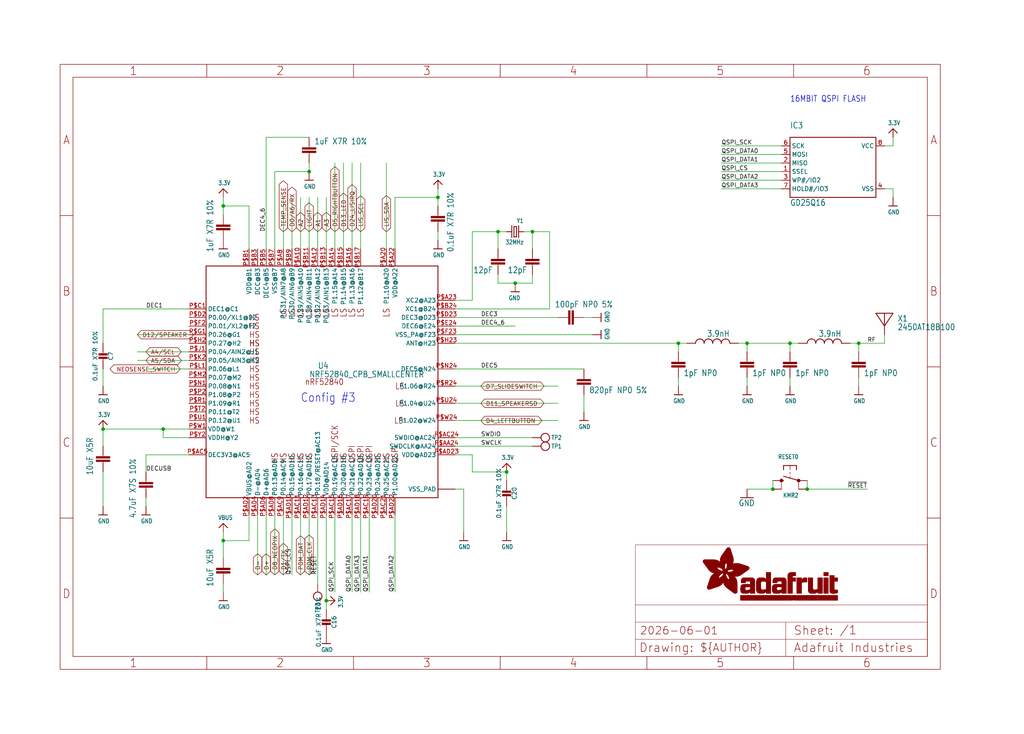
<source format=kicad_sch>
(kicad_sch (version 20230121) (generator eeschema)
  (paper "User" 302.92 217.322)
  (lib_symbols
    (symbol "working-eagle-import:3.3V" (power)
      (property "Value" "3.3V" (at -1.524 1.016 0))
      (symbol "3.3V_1_0"
        (pin power_in line (at 0 -2.54 90) (length 2.54) (name "3.3V") (number "1"))
      )
    )
    (symbol "working-eagle-import:ANTENNA_JOHANSON_2450AT18B100"
      (property "Reference" "X" (at 3.81 1.27 0))
      (symbol "ANTENNA_JOHANSON_2450AT18B100_1_0"
        (pin passive line (at 0 -2.54 90) (length 2.54) (name "P$1") (number "FP"))
      )
    )
    (symbol "working-eagle-import:CAPACITOR_0402_N"
      (symbol "CAPACITOR_0402_N_1_0"
        (pin passive line (at 0 2.54 270) (length 2.54) (name "1") (number "1"))
        (pin passive line (at 0 -5.08 90) (length 2.54) (name "2") (number "2"))
      )
    )
    (symbol "working-eagle-import:CAPACITOR_0603_L"
      (symbol "CAPACITOR_0603_L_1_0"
        (pin passive line (at 0 2.54 270) (length 2.54) (name "1") (number "1"))
        (pin passive line (at 0 -5.08 90) (length 2.54) (name "2") (number "2"))
      )
    )
    (symbol "working-eagle-import:CAPACITOR_0603_N"
      (symbol "CAPACITOR_0603_N_1_0"
        (pin passive line (at 0 2.54 270) (length 2.54) (name "1") (number "1"))
        (pin passive line (at 0 -5.08 90) (length 2.54) (name "2") (number "2"))
      )
    )
    (symbol "working-eagle-import:CAPACITOR_0805_N"
      (symbol "CAPACITOR_0805_N_1_0"
        (pin passive line (at 0 2.54 270) (length 2.54) (name "1") (number "1"))
        (pin passive line (at 0 -5.08 90) (length 2.54) (name "2") (number "2"))
      )
    )
    (symbol "working-eagle-import:CAP_CERAMIC0603_NO"
      (property "Reference" "C" (at -2.29 1.25 90))
      (symbol "CAP_CERAMIC0603_NO_1_0"
        (pin passive line (at 0 5.08 270) (length 2.54) (name "1") (number "1"))
        (pin passive line (at 0 -2.54 90) (length 2.54) (name "2") (number "2"))
      )
    )
    (symbol "working-eagle-import:CRYSTAL_2X1.6MM"
      (property "Reference" "Y" (at -2.54 2.54 0))
      (symbol "CRYSTAL_2X1.6MM_1_0"
        (pin passive line (at -2.54 0 0) (length 0) (name "1") (number "1"))
        (pin passive line (at 2.54 0 180) (length 0) (name "2") (number "3"))
      )
    )
    (symbol "working-eagle-import:FRAME_A4_ADAFRUIT"
      (symbol "FRAME_A4_ADAFRUIT_1_0"
        (text "${#}/${##}" (at 230.505 10.16 0) (effects (font (size 2.54 2.54)) (justify left bottom)))
        (text "${AUTHOR}" (at 189.23 5.08 0) (effects (font (size 2.286 2.286)) (justify left bottom)))
        (text "${CURRENT_DATE}" (at 171.45 10.16 0) (effects (font (size 2.286 2.286)) (justify left bottom)))
        (text "${PROJECTNAME}" (at 171.45 15.24 0) (effects (font (size 2.54 2.54)) (justify left bottom)))
        (text "1" (at 21.6958 1.905 0) (effects (font (size 2.54 2.286))))
        (text "1" (at 21.6958 177.165 0) (effects (font (size 2.54 2.286))))
        (text "2" (at 65.0875 1.905 0) (effects (font (size 2.54 2.286))))
        (text "2" (at 65.0875 177.165 0) (effects (font (size 2.54 2.286))))
        (text "3" (at 108.4792 1.905 0) (effects (font (size 2.54 2.286))))
        (text "3" (at 108.4792 177.165 0) (effects (font (size 2.54 2.286))))
        (text "4" (at 151.8708 1.905 0) (effects (font (size 2.54 2.286))))
        (text "4" (at 151.8708 177.165 0) (effects (font (size 2.54 2.286))))
        (text "5" (at 195.2625 1.905 0) (effects (font (size 2.54 2.286))))
        (text "5" (at 195.2625 177.165 0) (effects (font (size 2.54 2.286))))
        (text "6" (at 238.6542 1.905 0) (effects (font (size 2.54 2.286))))
        (text "6" (at 238.6542 177.165 0) (effects (font (size 2.54 2.286))))
        (text "A" (at 1.905 156.6863 0) (effects (font (size 2.54 2.286))))
        (text "A" (at 258.445 156.6863 0) (effects (font (size 2.54 2.286))))
        (text "Adafruit Industries" (at 216.916 4.953 0) (effects (font (size 2.54 2.54)) (justify left bottom)))
        (text "B" (at 1.905 111.9188 0) (effects (font (size 2.54 2.286))))
        (text "B" (at 258.445 111.9188 0) (effects (font (size 2.54 2.286))))
        (text "C" (at 1.905 67.1513 0) (effects (font (size 2.54 2.286))))
        (text "C" (at 258.445 67.1513 0) (effects (font (size 2.54 2.286))))
        (text "D" (at 1.905 22.3838 0) (effects (font (size 2.54 2.286))))
        (text "D" (at 258.445 22.3838 0) (effects (font (size 2.54 2.286))))
        (text "Drawing:" (at 171.196 4.953 0) (effects (font (size 2.54 2.54)) (justify left bottom)))
        (text "Sheet:" (at 216.916 10.033 0) (effects (font (size 2.54 2.54)) (justify left bottom)))
      )
    )
    (symbol "working-eagle-import:GND" (power)
      (property "Value" "GND" (at -2.54 -2.54 0))
      (symbol "GND_1_0"
        (pin power_in line (at 0 2.54 270) (length 2.54) (name "GND") (number "1"))
      )
    )
    (symbol "working-eagle-import:INDUCTOR_0402_N"
      (symbol "INDUCTOR_0402_N_1_0"
        (pin passive line (at 0 7.62 270) (length 2.54) (name "1") (number "1"))
        (pin passive line (at 0 -7.62 90) (length 2.54) (name "2") (number "2"))
      )
    )
    (symbol "working-eagle-import:NRF52840_CPB_SMALLCENTER"
      (property "Reference" "IC" (at 25.4 -35.56 0))
      (symbol "NRF52840_CPB_SMALLCENTER_1_0"
        (text "HS" (at -22.86 -10.16 0) (effects (font (size 1.778 1.5113)) (justify left)))
        (text "HS" (at -22.86 -7.62 0) (effects (font (size 1.778 1.5113)) (justify left)))
        (text "HS" (at -22.86 -5.08 0) (effects (font (size 1.778 1.5113)) (justify left)))
        (text "HS" (at -22.86 -2.54 0) (effects (font (size 1.778 1.5113)) (justify left)))
        (text "HS" (at -22.86 0 0) (effects (font (size 1.778 1.5113)) (justify left)))
        (text "HS" (at -22.86 2.54 0) (effects (font (size 1.778 1.5113)) (justify left)))
        (text "HS" (at -22.86 5.08 0) (effects (font (size 1.778 1.5113)) (justify left)))
        (text "HS" (at -22.86 7.62 0) (effects (font (size 1.778 1.5113)) (justify left)))
        (text "HS" (at -22.86 10.16 0) (effects (font (size 1.778 1.5113)) (justify left)))
        (text "HS" (at -22.86 12.7 0) (effects (font (size 1.778 1.5113)) (justify left)))
        (text "HS" (at -22.86 12.7 0) (effects (font (size 1.778 1.5113)) (justify left)))
        (text "HS" (at -22.86 15.24 0) (effects (font (size 1.778 1.5113)) (justify left)))
        (text "HS" (at -22.86 17.78 0) (effects (font (size 1.778 1.5113)) (justify left)))
        (text "HS" (at -22.86 20.32 0) (effects (font (size 1.778 1.5113)) (justify left)))
        (text "HS" (at -15.24 -22.86 900) (effects (font (size 1.778 1.5113)) (justify left)))
        (text "HS" (at -12.7 -22.86 900) (effects (font (size 1.778 1.5113)) (justify left)))
        (text "HS" (at -10.16 -22.86 900) (effects (font (size 1.778 1.5113)) (justify left)))
        (text "HS" (at -7.62 -22.86 900) (effects (font (size 1.778 1.5113)) (justify left)))
        (text "HS" (at -5.08 -22.86 900) (effects (font (size 1.778 1.5113)) (justify left)))
        (text "HS" (at 5.08 -22.86 900) (effects (font (size 1.778 1.5113)) (justify left)))
        (text "HS" (at 15.24 -22.86 900) (effects (font (size 1.778 1.5113)) (justify left)))
        (text "HS" (at 17.78 -22.86 900) (effects (font (size 1.778 1.5113)) (justify left)))
        (text "LS" (at -12.7 20.32 900) (effects (font (size 1.778 1.5113)) (justify left)))
        (text "LS" (at -10.16 20.32 900) (effects (font (size 1.778 1.5113)) (justify left)))
        (text "LS" (at -7.62 20.32 900) (effects (font (size 1.778 1.5113)) (justify left)))
        (text "LS" (at -5.08 20.32 900) (effects (font (size 1.778 1.5113)) (justify left)))
        (text "LS" (at -2.54 20.32 900) (effects (font (size 1.778 1.5113)) (justify left)))
        (text "LS" (at 0 20.32 900) (effects (font (size 1.778 1.5113)) (justify left)))
        (text "LS" (at 2.54 20.32 900) (effects (font (size 1.778 1.5113)) (justify left)))
        (text "LS" (at 5.08 20.32 900) (effects (font (size 1.778 1.5113)) (justify left)))
        (text "LS" (at 7.62 20.32 900) (effects (font (size 1.778 1.5113)) (justify left)))
        (text "LS" (at 10.16 20.32 900) (effects (font (size 1.778 1.5113)) (justify left)))
        (text "LS" (at 17.78 20.32 900) (effects (font (size 1.778 1.5113)) (justify left)))
        (text "LS" (at 20.32 -5.08 0) (effects (font (size 1.778 1.5113)) (justify left)))
        (text "LS" (at 20.32 0 0) (effects (font (size 1.778 1.5113)) (justify left)))
        (text "LS" (at 22.86 -10.16 0) (effects (font (size 1.778 1.5113)) (justify right)))
        (text "nRF52840" (at -6.35 1.27 0) (effects (font (size 1.778 1.5113)) (justify left)))
        (text "QSPI" (at 7.62 -22.86 900) (effects (font (size 1.778 1.5113)) (justify left)))
        (text "QSPI" (at 10.16 -22.86 900) (effects (font (size 1.778 1.5113)) (justify left)))
        (text "QSPI" (at 12.7 -22.86 900) (effects (font (size 1.778 1.5113)) (justify left)))
        (text "QSPI" (at 20.32 -22.86 900) (effects (font (size 1.778 1.5113)) (justify left)))
        (text "QSPI/SCK" (at 2.54 -22.86 900) (effects (font (size 1.778 1.5113)) (justify left)))
        (pin bidirectional line (at -7.62 40.64 270) (length 5.08) (name "P0.29/AIN5@A10") (number "P$A10"))
        (pin bidirectional line (at -2.54 40.64 270) (length 5.08) (name "P0.02/AIN0@A12") (number "P$A12"))
        (pin bidirectional line (at 2.54 40.64 270) (length 5.08) (name "P1.15@A14") (number "P$A14"))
        (pin bidirectional line (at 7.62 40.64 270) (length 5.08) (name "P1.13@A16") (number "P$A16"))
        (pin bidirectional line (at 17.78 40.64 270) (length 5.08) (name "P1.10@A20") (number "P$A20"))
        (pin power_in line (at 20.32 40.64 270) (length 5.08) (name "VDD@A22") (number "P$A22"))
        (pin output line (at 38.1 25.4 180) (length 5.08) (name "XC2@A23") (number "P$A23"))
        (pin bidirectional line (at -12.7 40.64 270) (length 5.08) (name "P0.31/AIN7@A8") (number "P$A8"))
        (pin input line (at 38.1 -17.78 180) (length 5.08) (name "SWDCLK@AA24") (number "P$AA24"))
        (pin bidirectional line (at -7.62 -38.1 90) (length 5.08) (name "P0.16@AC11") (number "P$AC11"))
        (pin bidirectional line (at -2.54 -38.1 90) (length 5.08) (name "P0.18/RESET@AC13") (number "P$AC13"))
        (pin bidirectional line (at 2.54 -38.1 90) (length 5.08) (name "P0.19@AC15") (number "P$AC15"))
        (pin bidirectional line (at 7.62 -38.1 90) (length 5.08) (name "P0.21@AC17") (number "P$AC17"))
        (pin bidirectional line (at 12.7 -38.1 90) (length 5.08) (name "P0.23@AC19") (number "P$AC19"))
        (pin bidirectional line (at 17.78 -38.1 90) (length 5.08) (name "P0.25@AC21") (number "P$AC21"))
        (pin bidirectional line (at 38.1 -15.24 180) (length 5.08) (name "SWDIO@AC24") (number "P$AC24"))
        (pin bidirectional line (at -40.64 -20.32 0) (length 5.08) (name "DEC3V3@AC5") (number "P$AC5"))
        (pin bidirectional line (at -12.7 -38.1 90) (length 5.08) (name "P0.14@AC9") (number "P$AC9"))
        (pin bidirectional line (at -10.16 -38.1 90) (length 5.08) (name "P0.15@AD10") (number "P$AD10"))
        (pin bidirectional line (at -5.08 -38.1 90) (length 5.08) (name "P0.17@AD12") (number "P$AD12"))
        (pin power_in line (at 0 -38.1 90) (length 5.08) (name "VDD@AD14") (number "P$AD14"))
        (pin bidirectional line (at 5.08 -38.1 90) (length 5.08) (name "P0.20@AD16") (number "P$AD16"))
        (pin bidirectional line (at 10.16 -38.1 90) (length 5.08) (name "P0.22@AD18") (number "P$AD18"))
        (pin power_in line (at -22.86 -38.1 90) (length 5.08) (name "VBUS@AD2") (number "P$AD2"))
        (pin bidirectional line (at 15.24 -38.1 90) (length 5.08) (name "P0.24@AD20") (number "P$AD20"))
        (pin bidirectional line (at 20.32 -38.1 90) (length 5.08) (name "P1.00@AD22") (number "P$AD22"))
        (pin power_in line (at 38.1 -20.32 180) (length 5.08) (name "VDD@AD23") (number "P$AD23"))
        (pin bidirectional line (at -20.32 -38.1 90) (length 5.08) (name "D-@AD4") (number "P$AD4"))
        (pin bidirectional line (at -17.78 -38.1 90) (length 5.08) (name "D+@AD6") (number "P$AD6"))
        (pin bidirectional line (at -15.24 -38.1 90) (length 5.08) (name "P0.13@AD8") (number "P$AD8"))
        (pin power_in line (at -22.86 40.64 270) (length 5.08) (name "VDD@B1") (number "P$B1"))
        (pin bidirectional line (at -5.08 40.64 270) (length 5.08) (name "P0.28/AIN4@B11") (number "P$B11"))
        (pin bidirectional line (at 0 40.64 270) (length 5.08) (name "P0.03/AIN1@B13") (number "P$B13"))
        (pin bidirectional line (at 5.08 40.64 270) (length 5.08) (name "P1.14@B15") (number "P$B15"))
        (pin bidirectional line (at 10.16 40.64 270) (length 5.08) (name "P1.12@B17") (number "P$B17"))
        (pin input line (at 38.1 22.86 180) (length 5.08) (name "XC1@B24") (number "P$B24"))
        (pin output line (at -20.32 40.64 270) (length 5.08) (name "DCC@B3") (number "P$B3"))
        (pin power_in line (at -17.78 40.64 270) (length 5.08) (name "DEC4@B5") (number "P$B5"))
        (pin power_in line (at -15.24 40.64 270) (length 5.08) (name "VSS@B7") (number "P$B7"))
        (pin bidirectional line (at -10.16 40.64 270) (length 5.08) (name "P0.30/AIN6@B9") (number "P$B9"))
        (pin power_in line (at -40.64 22.86 0) (length 5.08) (name "DEC1@C1") (number "P$C1"))
        (pin bidirectional line (at -40.64 20.32 0) (length 5.08) (name "P0.00/XL1@D2") (number "P$D2"))
        (pin bidirectional line (at 38.1 20.32 180) (length 5.08) (name "DEC3@D23") (number "P$D23"))
        (pin bidirectional line (at 38.1 17.78 180) (length 5.08) (name "DEC6@E24") (number "P$E24"))
        (pin bidirectional line (at -40.64 17.78 0) (length 5.08) (name "P0.01/XL2@F2") (number "P$F2"))
        (pin bidirectional line (at 38.1 15.24 180) (length 5.08) (name "VSS_PA@F23") (number "P$F23"))
        (pin bidirectional line (at -40.64 15.24 0) (length 5.08) (name "P0.26@G1") (number "P$G1"))
        (pin bidirectional line (at -40.64 12.7 0) (length 5.08) (name "P0.27@H2") (number "P$H2"))
        (pin bidirectional line (at 38.1 12.7 180) (length 5.08) (name "ANT@H23") (number "P$H23"))
        (pin bidirectional line (at -40.64 10.16 0) (length 5.08) (name "P0.04/AIN2@J1") (number "P$J1"))
        (pin bidirectional line (at -40.64 7.62 0) (length 5.08) (name "P0.05/AIN3@K2") (number "P$K2"))
        (pin bidirectional line (at -40.64 5.08 0) (length 5.08) (name "P0.06@L1") (number "P$L1"))
        (pin bidirectional line (at -40.64 2.54 0) (length 5.08) (name "P0.07@M2") (number "P$M2"))
        (pin bidirectional line (at -40.64 0 0) (length 5.08) (name "P0.08@N1") (number "P$N1"))
        (pin bidirectional line (at 38.1 5.08 180) (length 5.08) (name "DEC5@N24") (number "P$N24"))
        (pin bidirectional line (at -40.64 -2.54 0) (length 5.08) (name "P1.08@P2") (number "P$P2"))
        (pin bidirectional line (at -40.64 -5.08 0) (length 5.08) (name "P1.09@R1") (number "P$R1"))
        (pin bidirectional line (at 38.1 0 180) (length 5.08) (name "P1.06@R24") (number "P$R24"))
        (pin bidirectional line (at -40.64 -7.62 0) (length 5.08) (name "P0.11@T2") (number "P$T2"))
        (pin bidirectional line (at -40.64 -10.16 0) (length 5.08) (name "P0.12@U1") (number "P$U1"))
        (pin bidirectional line (at 38.1 -5.08 180) (length 5.08) (name "P1.04@U24") (number "P$U24"))
        (pin power_in line (at -40.64 -12.7 0) (length 5.08) (name "VDD@W1") (number "P$W1"))
        (pin bidirectional line (at 38.1 -10.16 180) (length 5.08) (name "P1.02@W24") (number "P$W24"))
        (pin power_in line (at -40.64 -15.24 0) (length 5.08) (name "VDDH@Y2") (number "P$Y2"))
        (pin bidirectional line (at 38.1 -30.48 180) (length 5.08) (name "VSS_PAD") (number "THERMPAD"))
      )
    )
    (symbol "working-eagle-import:SPIFLASH_8PINUX"
      (property "Reference" "U" (at -12.7 12.7 0))
      (symbol "SPIFLASH_8PINUX_1_0"
        (pin bidirectional line (at -15.24 0 0) (length 2.54) (name "SSEL") (number "1"))
        (pin bidirectional line (at -15.24 2.54 0) (length 2.54) (name "MISO") (number "2"))
        (pin bidirectional line (at -15.24 -2.54 0) (length 2.54) (name "WP#/IO2") (number "3"))
        (pin bidirectional line (at 15.24 -5.08 180) (length 2.54) (name "VSS") (number "4"))
        (pin bidirectional line (at -15.24 5.08 0) (length 2.54) (name "MOSI") (number "5"))
        (pin bidirectional line (at -15.24 7.62 0) (length 2.54) (name "SCK") (number "6"))
        (pin bidirectional line (at -15.24 -5.08 0) (length 2.54) (name "HOLD#/IO3") (number "7"))
        (pin bidirectional line (at 15.24 7.62 180) (length 2.54) (name "VCC") (number "8"))
      )
    )
    (symbol "working-eagle-import:SWITCH_TACT_SMT4.6X2.8"
      (property "Reference" "SW" (at -2.54 6.35 0))
      (symbol "SWITCH_TACT_SMT4.6X2.8_1_0"
        (pin passive line (at -5.08 0 0) (length 2.54) (name "P") (number "A"))
        (pin passive line (at -5.08 -2.54 0) (length 2.54) (name "P1") (number "A'"))
        (pin passive line (at 5.08 0 180) (length 2.54) (name "S") (number "B"))
        (pin passive line (at 5.08 -2.54 180) (length 2.54) (name "S1") (number "B'"))
      )
    )
    (symbol "working-eagle-import:TESTPOINTROUND1.5MMNO"
      (property "Reference" "TP" (at 0 5.588 90))
      (symbol "TESTPOINTROUND1.5MMNO_1_0"
        (pin bidirectional line (at 0 0 90) (length 2.54) (name "P$1") (number "P$1"))
      )
    )
    (symbol "working-eagle-import:VBUS" (power)
      (property "Value" "VBUS" (at -1.524 1.016 0))
      (symbol "VBUS_1_0"
        (pin power_in line (at 0 -2.54 90) (length 2.54) (name "VBUS") (number "1"))
      )
    )
    (symbol "working-eagle-import:microbuilder_GND" (power)
      (property "Value" "microbuilder_GND" (at -1.524 -2.54 0))
      (symbol "microbuilder_GND_1_0"
        (pin power_in line (at 0 2.54 270) (length 2.54) (name "GND") (number "1"))
      )
    )
  )
  (junction (at 91.44 50.8))
  (junction (at 157.48 68.58))
  (junction (at 96.52 177.8))
  (junction (at 129.54 58.42))
  (junction (at 48.26 127))
  (junction (at 149.86 139.7))
  (junction (at 238.76 144.78))
  (junction (at 220.98 101.6))
  (junction (at 233.68 101.6))
  (junction (at 152.4 83.82))
  (junction (at 228.6 144.78))
  (junction (at 254 101.6))
  (junction (at 66.04 160.02))
  (junction (at 147.32 68.58))
  (junction (at 66.04 60.96))
  (junction (at 30.48 127))
  (junction (at 200.66 101.6))
  (wire (pts (xy 104.14 152.4) (xy 104.14 175.26)) (stroke (width 0.1524)))
  (wire (pts (xy 99.06 73.66) (xy 99.06 48.26)) (stroke (width 0.1524)))
  (wire (pts (xy 264.16 55.88) (xy 264.16 58.42)) (stroke (width 0.1524)))
  (wire (pts (xy 231.14 45.72) (xy 213.36 45.72)) (stroke (width 0.1524)))
  (wire (pts (xy 73.66 60.96) (xy 66.04 60.96)) (stroke (width 0.1524)))
  (wire (pts (xy 256.54 144.78) (xy 238.76 144.78)) (stroke (width 0.1524)))
  (wire (pts (xy 88.9 58.42) (xy 88.9 73.66)) (stroke (width 0.1524)))
  (wire (pts (xy 78.74 40.64) (xy 91.44 40.64)) (stroke (width 0.1524)))
  (wire (pts (xy 43.18 147.32) (xy 43.18 149.86)) (stroke (width 0.1524)))
  (wire (pts (xy 104.14 73.66) (xy 104.14 48.26)) (stroke (width 0.1524)))
  (wire (pts (xy 55.88 104.14) (xy 40.64 104.14)) (stroke (width 0.1524)))
  (wire (pts (xy 213.36 48.26) (xy 231.14 48.26)) (stroke (width 0.1524)))
  (wire (pts (xy 220.98 111.76) (xy 220.98 114.3)) (stroke (width 0.1524)))
  (wire (pts (xy 109.22 175.26) (xy 109.22 152.4)) (stroke (width 0.1524)))
  (wire (pts (xy 147.32 81.28) (xy 147.32 83.82)) (stroke (width 0.1524)))
  (wire (pts (xy 228.6 142.24) (xy 228.6 144.78)) (stroke (width 0.1524)))
  (wire (pts (xy 48.26 129.54) (xy 48.26 127)) (stroke (width 0.1524)))
  (wire (pts (xy 99.06 152.4) (xy 99.06 175.26)) (stroke (width 0.1524)))
  (wire (pts (xy 81.28 73.66) (xy 81.28 50.8)) (stroke (width 0.1524)))
  (wire (pts (xy 91.44 152.4) (xy 91.44 170.18)) (stroke (width 0.1524)))
  (wire (pts (xy 213.36 55.88) (xy 231.14 55.88)) (stroke (width 0.1524)))
  (wire (pts (xy 66.04 60.96) (xy 66.04 58.42)) (stroke (width 0.1524)))
  (wire (pts (xy 106.68 175.26) (xy 106.68 152.4)) (stroke (width 0.1524)))
  (wire (pts (xy 157.48 81.28) (xy 157.48 83.82)) (stroke (width 0.1524)))
  (wire (pts (xy 261.62 43.18) (xy 264.16 43.18)) (stroke (width 0.1524)))
  (wire (pts (xy 78.74 170.18) (xy 78.74 152.4)) (stroke (width 0.1524)))
  (wire (pts (xy 93.98 58.42) (xy 93.98 73.66)) (stroke (width 0.1524)))
  (wire (pts (xy 134.62 129.54) (xy 157.48 129.54)) (stroke (width 0.1524)))
  (wire (pts (xy 218.44 101.6) (xy 220.98 101.6)) (stroke (width 0.1524)))
  (wire (pts (xy 162.56 91.44) (xy 162.56 68.58)) (stroke (width 0.1524)))
  (wire (pts (xy 55.88 99.06) (xy 40.64 99.06)) (stroke (width 0.1524)))
  (wire (pts (xy 157.48 68.58) (xy 154.94 68.58)) (stroke (width 0.1524)))
  (wire (pts (xy 83.82 73.66) (xy 83.82 58.42)) (stroke (width 0.1524)))
  (wire (pts (xy 81.28 152.4) (xy 81.28 170.18)) (stroke (width 0.1524)))
  (wire (pts (xy 30.48 91.44) (xy 55.88 91.44)) (stroke (width 0.1524)))
  (wire (pts (xy 134.62 144.78) (xy 137.16 144.78)) (stroke (width 0.1524)))
  (wire (pts (xy 139.7 139.7) (xy 149.86 139.7)) (stroke (width 0.1524)))
  (wire (pts (xy 30.48 139.7) (xy 30.48 149.86)) (stroke (width 0.1524)))
  (wire (pts (xy 76.2 152.4) (xy 76.2 170.18)) (stroke (width 0.1524)))
  (wire (pts (xy 78.74 73.66) (xy 78.74 40.64)) (stroke (width 0.1524)))
  (wire (pts (xy 157.48 83.82) (xy 152.4 83.82)) (stroke (width 0.1524)))
  (wire (pts (xy 134.62 101.6) (xy 200.66 101.6)) (stroke (width 0.1524)))
  (wire (pts (xy 43.18 134.62) (xy 43.18 139.7)) (stroke (width 0.1524)))
  (wire (pts (xy 134.62 124.46) (xy 165.1 124.46)) (stroke (width 0.1524)))
  (wire (pts (xy 213.36 53.34) (xy 231.14 53.34)) (stroke (width 0.1524)))
  (wire (pts (xy 251.46 101.6) (xy 254 101.6)) (stroke (width 0.1524)))
  (wire (pts (xy 96.52 152.4) (xy 96.52 177.8)) (stroke (width 0.1524)))
  (wire (pts (xy 149.86 142.24) (xy 149.86 139.7)) (stroke (width 0.1524)))
  (wire (pts (xy 213.36 50.8) (xy 231.14 50.8)) (stroke (width 0.1524)))
  (wire (pts (xy 83.82 152.4) (xy 83.82 170.18)) (stroke (width 0.1524)))
  (wire (pts (xy 73.66 152.4) (xy 73.66 160.02)) (stroke (width 0.1524)))
  (wire (pts (xy 261.62 101.6) (xy 261.62 99.06)) (stroke (width 0.1524)))
  (wire (pts (xy 48.26 127) (xy 30.48 127)) (stroke (width 0.1524)))
  (wire (pts (xy 116.84 58.42) (xy 129.54 58.42)) (stroke (width 0.1524)))
  (wire (pts (xy 233.68 111.76) (xy 233.68 114.3)) (stroke (width 0.1524)))
  (wire (pts (xy 264.16 43.18) (xy 264.16 40.64)) (stroke (width 0.1524)))
  (wire (pts (xy 157.48 73.66) (xy 157.48 68.58)) (stroke (width 0.1524)))
  (wire (pts (xy 30.48 132.08) (xy 30.48 127)) (stroke (width 0.1524)))
  (wire (pts (xy 134.62 91.44) (xy 162.56 91.44)) (stroke (width 0.1524)))
  (wire (pts (xy 91.44 48.26) (xy 91.44 50.8)) (stroke (width 0.1524)))
  (wire (pts (xy 139.7 68.58) (xy 147.32 68.58)) (stroke (width 0.1524)))
  (wire (pts (xy 200.66 101.6) (xy 203.2 101.6)) (stroke (width 0.1524)))
  (wire (pts (xy 129.54 60.96) (xy 129.54 58.42)) (stroke (width 0.1524)))
  (wire (pts (xy 66.04 165.1) (xy 66.04 160.02)) (stroke (width 0.1524)))
  (wire (pts (xy 55.88 109.22) (xy 43.18 109.22)) (stroke (width 0.1524)))
  (wire (pts (xy 134.62 96.52) (xy 152.4 96.52)) (stroke (width 0.1524)))
  (wire (pts (xy 116.84 152.4) (xy 116.84 175.26)) (stroke (width 0.1524)))
  (wire (pts (xy 134.62 99.06) (xy 175.26 99.06)) (stroke (width 0.1524)))
  (wire (pts (xy 139.7 88.9) (xy 139.7 68.58)) (stroke (width 0.1524)))
  (wire (pts (xy 220.98 104.14) (xy 220.98 101.6)) (stroke (width 0.1524)))
  (wire (pts (xy 88.9 170.18) (xy 88.9 152.4)) (stroke (width 0.1524)))
  (wire (pts (xy 96.52 177.8) (xy 96.52 180.34)) (stroke (width 0.1524)))
  (wire (pts (xy 86.36 73.66) (xy 86.36 58.42)) (stroke (width 0.1524)))
  (wire (pts (xy 66.04 172.72) (xy 66.04 175.26)) (stroke (width 0.1524)))
  (wire (pts (xy 30.48 114.3) (xy 30.48 109.22)) (stroke (width 0.1524)))
  (wire (pts (xy 86.36 152.4) (xy 86.36 170.18)) (stroke (width 0.1524)))
  (wire (pts (xy 254 101.6) (xy 261.62 101.6)) (stroke (width 0.1524)))
  (wire (pts (xy 30.48 101.6) (xy 30.48 91.44)) (stroke (width 0.1524)))
  (wire (pts (xy 147.32 68.58) (xy 149.86 68.58)) (stroke (width 0.1524)))
  (wire (pts (xy 220.98 101.6) (xy 233.68 101.6)) (stroke (width 0.1524)))
  (wire (pts (xy 162.56 68.58) (xy 157.48 68.58)) (stroke (width 0.1524)))
  (wire (pts (xy 233.68 104.14) (xy 233.68 101.6)) (stroke (width 0.1524)))
  (wire (pts (xy 66.04 60.96) (xy 66.04 63.5)) (stroke (width 0.1524)))
  (wire (pts (xy 152.4 83.82) (xy 147.32 83.82)) (stroke (width 0.1524)))
  (wire (pts (xy 40.64 106.68) (xy 55.88 106.68)) (stroke (width 0.1524)))
  (wire (pts (xy 116.84 73.66) (xy 116.84 58.42)) (stroke (width 0.1524)))
  (wire (pts (xy 134.62 134.62) (xy 139.7 134.62)) (stroke (width 0.1524)))
  (wire (pts (xy 73.66 73.66) (xy 73.66 60.96)) (stroke (width 0.1524)))
  (wire (pts (xy 134.62 119.38) (xy 165.1 119.38)) (stroke (width 0.1524)))
  (wire (pts (xy 220.98 144.78) (xy 228.6 144.78)) (stroke (width 0.1524)))
  (wire (pts (xy 55.88 127) (xy 48.26 127)) (stroke (width 0.1524)))
  (wire (pts (xy 200.66 111.76) (xy 200.66 114.3)) (stroke (width 0.1524)))
  (wire (pts (xy 55.88 129.54) (xy 48.26 129.54)) (stroke (width 0.1524)))
  (wire (pts (xy 101.6 73.66) (xy 101.6 48.26)) (stroke (width 0.1524)))
  (wire (pts (xy 96.52 73.66) (xy 96.52 58.42)) (stroke (width 0.1524)))
  (wire (pts (xy 147.32 73.66) (xy 147.32 68.58)) (stroke (width 0.1524)))
  (wire (pts (xy 129.54 68.58) (xy 129.54 71.12)) (stroke (width 0.1524)))
  (wire (pts (xy 91.44 73.66) (xy 91.44 58.42)) (stroke (width 0.1524)))
  (wire (pts (xy 81.28 50.8) (xy 91.44 50.8)) (stroke (width 0.1524)))
  (wire (pts (xy 114.3 73.66) (xy 114.3 48.26)) (stroke (width 0.1524)))
  (wire (pts (xy 254 104.14) (xy 254 101.6)) (stroke (width 0.1524)))
  (wire (pts (xy 66.04 160.02) (xy 73.66 160.02)) (stroke (width 0.1524)))
  (wire (pts (xy 157.48 132.08) (xy 134.62 132.08)) (stroke (width 0.1524)))
  (wire (pts (xy 66.04 157.48) (xy 66.04 160.02)) (stroke (width 0.1524)))
  (wire (pts (xy 106.68 73.66) (xy 106.68 48.26)) (stroke (width 0.1524)))
  (wire (pts (xy 238.76 142.24) (xy 238.76 144.78)) (stroke (width 0.1524)))
  (wire (pts (xy 137.16 144.78) (xy 137.16 157.48)) (stroke (width 0.1524)))
  (wire (pts (xy 149.86 149.86) (xy 149.86 157.48)) (stroke (width 0.1524)))
  (wire (pts (xy 172.72 121.92) (xy 172.72 116.84)) (stroke (width 0.1524)))
  (wire (pts (xy 261.62 55.88) (xy 264.16 55.88)) (stroke (width 0.1524)))
  (wire (pts (xy 93.98 152.4) (xy 93.98 172.72)) (stroke (width 0.1524)))
  (wire (pts (xy 200.66 104.14) (xy 200.66 101.6)) (stroke (width 0.1524)))
  (wire (pts (xy 134.62 109.22) (xy 172.72 109.22)) (stroke (width 0.1524)))
  (wire (pts (xy 134.62 93.98) (xy 165.1 93.98)) (stroke (width 0.1524)))
  (wire (pts (xy 254 111.76) (xy 254 114.3)) (stroke (width 0.1524)))
  (wire (pts (xy 231.14 43.18) (xy 213.36 43.18)) (stroke (width 0.1524)))
  (wire (pts (xy 139.7 134.62) (xy 139.7 139.7)) (stroke (width 0.1524)))
  (wire (pts (xy 129.54 58.42) (xy 129.54 55.88)) (stroke (width 0.1524)))
  (wire (pts (xy 172.72 93.98) (xy 175.26 93.98)) (stroke (width 0.1524)))
  (wire (pts (xy 55.88 134.62) (xy 43.18 134.62)) (stroke (width 0.1524)))
  (wire (pts (xy 134.62 88.9) (xy 139.7 88.9)) (stroke (width 0.1524)))
  (wire (pts (xy 233.68 101.6) (xy 236.22 101.6)) (stroke (width 0.1524)))
  (wire (pts (xy 134.62 114.3) (xy 165.1 114.3)) (stroke (width 0.1524)))
  (text "Config #3" (at 88.9 119.38 0) (effects (font (size 2.54 2.159)) (justify left bottom)))
  (text "16MBIT QSPI FLASH" (at 233.68 30.48 0) (effects (font (size 1.778 1.5113)) (justify left bottom)))
  (label "SWDIO" (at 142.24 129.54 0) (effects (font (size 1.2446 1.2446))))
  (label "QSPI_DATA3" (at 106.68 175.26 90) (effects (font (size 1.2446 1.2446))))
  (label "QSPI_DATA1" (at 213.36 48.26 0) (effects (font (size 1.2446 1.2446))))
  (label "DEC3" (at 142.24 93.98 0) (effects (font (size 1.2446 1.2446))))
  (label "DEC1" (at 43.18 91.44 0) (effects (font (size 1.2446 1.2446))))
  (label "QSPI_DATA3" (at 213.36 55.88 0) (effects (font (size 1.2446 1.2446))))
  (label "QSPI_CS" (at 86.36 170.18 90) (effects (font (size 1.2446 1.2446))))
  (label "QSPI_DATA0" (at 213.36 45.72 0) (effects (font (size 1.2446 1.2446))))
  (label "~{RESET}" (at 256.54 144.78 180) (effects (font (size 1.2446 1.2446))))
  (label "QSPI_DATA0" (at 104.14 175.26 90) (effects (font (size 1.2446 1.2446))))
  (label "DEC4_6" (at 78.74 68.58 90) (effects (font (size 1.2446 1.2446))))
  (label "QSPI_SCK" (at 99.06 175.26 90) (effects (font (size 1.2446 1.2446))))
  (label "QSPI_SCK" (at 213.36 43.18 0) (effects (font (size 1.2446 1.2446))))
  (label "QSPI_CS" (at 213.36 50.8 0) (effects (font (size 1.2446 1.2446))))
  (label "~{RESET}" (at 93.98 170.18 90) (effects (font (size 1.2446 1.2446))))
  (label "DECUSB" (at 43.18 139.7 0) (effects (font (size 1.2446 1.2446))))
  (label "QSPI_DATA2" (at 116.84 175.26 90) (effects (font (size 1.2446 1.2446))))
  (label "QSPI_DATA1" (at 109.22 175.26 90) (effects (font (size 1.2446 1.2446))))
  (label "DEC4_6" (at 142.24 96.52 0) (effects (font (size 1.2446 1.2446))))
  (label "DEC5" (at 142.24 109.22 0) (effects (font (size 1.2446 1.2446))))
  (label "RF" (at 256.54 101.6 0) (effects (font (size 1.2446 1.2446))))
  (label "SWCLK" (at 142.24 132.08 0) (effects (font (size 1.2446 1.2446))))
  (label "QSPI_DATA2" (at 213.36 53.34 0) (effects (font (size 1.2446 1.2446))))
  (global_label "TEMP_SENSE" (shape bidirectional) (at 83.82 68.58 90) (effects (font (size 1.2446 1.2446))) (property "Intersheetrefs" "${INTERSHEET_REFS}" (effects hide)))
  (global_label "D0/A6/RX" (shape bidirectional) (at 86.36 68.58 90) (effects (font (size 1.2446 1.2446))) (property "Intersheetrefs" "${INTERSHEET_REFS}" (effects hide)))
  (global_label "D12/SPEAKER" (shape bidirectional) (at 40.64 99.06 0) (effects (font (size 1.2446 1.2446))) (property "Intersheetrefs" "${INTERSHEET_REFS}" (effects hide)))
  (global_label "D7_SLIDESWITCH" (shape bidirectional) (at 142.24 114.3 0) (effects (font (size 1.2446 1.2446))) (property "Intersheetrefs" "${INTERSHEET_REFS}" (effects hide)))
  (global_label "LIS_SCL" (shape bidirectional) (at 106.68 68.58 90) (effects (font (size 1.2446 1.2446))) (property "Intersheetrefs" "${INTERSHEET_REFS}" (effects hide)))
  (global_label "NEOSENSE_SWITCH" (shape bidirectional) (at 53.34 109.22 180) (effects (font (size 1.2446 1.2446))) (property "Intersheetrefs" "${INTERSHEET_REFS}" (effects hide)))
  (global_label "D13_LED" (shape bidirectional) (at 101.6 68.58 90) (effects (font (size 1.2446 1.2446))) (property "Intersheetrefs" "${INTERSHEET_REFS}" (effects hide)))
  (global_label "LIGHT" (shape bidirectional) (at 91.44 68.58 90) (effects (font (size 1.2446 1.2446))) (property "Intersheetrefs" "${INTERSHEET_REFS}" (effects hide)))
  (global_label "D5_RIGHTBUTTON" (shape bidirectional) (at 99.06 68.58 90) (effects (font (size 1.2446 1.2446))) (property "Intersheetrefs" "${INTERSHEET_REFS}" (effects hide)))
  (global_label "A4/SCL" (shape bidirectional) (at 43.18 104.14 0) (effects (font (size 1.2446 1.2446))) (property "Intersheetrefs" "${INTERSHEET_REFS}" (effects hide)))
  (global_label "D1/TX" (shape bidirectional) (at 83.82 170.18 90) (effects (font (size 1.2446 1.2446))) (property "Intersheetrefs" "${INTERSHEET_REFS}" (effects hide)))
  (global_label "LIS_SDA" (shape bidirectional) (at 114.3 68.58 90) (effects (font (size 1.2446 1.2446))) (property "Intersheetrefs" "${INTERSHEET_REFS}" (effects hide)))
  (global_label "D4_LEFTBUTTON" (shape bidirectional) (at 142.24 124.46 0) (effects (font (size 1.2446 1.2446))) (property "Intersheetrefs" "${INTERSHEET_REFS}" (effects hide)))
  (global_label "D11_SPEAKERSD" (shape bidirectional) (at 142.24 119.38 0) (effects (font (size 1.2446 1.2446))) (property "Intersheetrefs" "${INTERSHEET_REFS}" (effects hide)))
  (global_label "A5/SDA" (shape bidirectional) (at 43.18 106.68 0) (effects (font (size 1.2446 1.2446))) (property "Intersheetrefs" "${INTERSHEET_REFS}" (effects hide)))
  (global_label "D8_NEOPIX" (shape bidirectional) (at 81.28 170.18 90) (effects (font (size 1.2446 1.2446))) (property "Intersheetrefs" "${INTERSHEET_REFS}" (effects hide)))
  (global_label "PDM_DAT" (shape bidirectional) (at 88.9 170.18 90) (effects (font (size 1.2446 1.2446))) (property "Intersheetrefs" "${INTERSHEET_REFS}" (effects hide)))
  (global_label "D-" (shape bidirectional) (at 76.2 170.18 90) (effects (font (size 1.2446 1.2446))) (property "Intersheetrefs" "${INTERSHEET_REFS}" (effects hide)))
  (global_label "D24_LISIRQ" (shape bidirectional) (at 104.14 68.58 90) (effects (font (size 1.2446 1.2446))) (property "Intersheetrefs" "${INTERSHEET_REFS}" (effects hide)))
  (global_label "A2" (shape bidirectional) (at 88.9 68.58 90) (effects (font (size 1.2446 1.2446))) (property "Intersheetrefs" "${INTERSHEET_REFS}" (effects hide)))
  (global_label "A1" (shape bidirectional) (at 93.98 68.58 90) (effects (font (size 1.2446 1.2446))) (property "Intersheetrefs" "${INTERSHEET_REFS}" (effects hide)))
  (global_label "PDM_CLK" (shape bidirectional) (at 91.44 170.18 90) (effects (font (size 1.2446 1.2446))) (property "Intersheetrefs" "${INTERSHEET_REFS}" (effects hide)))
  (global_label "A3" (shape bidirectional) (at 96.52 68.58 90) (effects (font (size 1.2446 1.2446))) (property "Intersheetrefs" "${INTERSHEET_REFS}" (effects hide)))
  (global_label "D+" (shape bidirectional) (at 78.74 170.18 90) (effects (font (size 1.2446 1.2446))) (property "Intersheetrefs" "${INTERSHEET_REFS}" (effects hide)))
  (symbol (lib_id "working-eagle-import:microbuilder_GND") (at 149.86 160.02 0) (unit 1)
    (property "Reference" "#U$60" (effects hide))
    (property "Value" "GND" (at 148.336 162.56 0) (effects (font (size 1.27 1.0795)) (justify left bottom)))
  )
  (symbol (lib_id "working-eagle-import:TESTPOINTROUND1.5MMNO") (at 93.98 172.72 180) (unit 1)
    (property "Reference" "TP3" (at 93.98 178.308 90) (effects (font (size 1.27 1.0795)) (justify left)))
    (property "Value" "TESTPOINTROUND1.5MMNO" (effects hide))
    (property "Footprint" "working:TESTPOINT_ROUND_1.5MM_NO" (effects hide))
  )
  (symbol (lib_id "working-eagle-import:microbuilder_GND") (at 91.44 53.34 0) (unit 1)
    (property "Reference" "#U$65" (effects hide))
    (property "Value" "GND" (at 89.916 55.88 0) (effects (font (size 1.27 1.0795)) (justify left bottom)))
  )
  (symbol (lib_id "working-eagle-import:microbuilder_GND") (at 137.16 160.02 0) (unit 1)
    (property "Reference" "#U$59" (effects hide))
    (property "Value" "GND" (at 135.636 162.56 0) (effects (font (size 1.27 1.0795)) (justify left bottom)))
  )
  (symbol (lib_id "working-eagle-import:CAPACITOR_0402_N") (at 167.64 93.98 90) (unit 1)
    (property "Reference" "C14" (effects hide))
    (property "Value" "100pF NP0 5%" (at 164.084 91.059 90) (effects (font (size 1.778 1.5113)) (justify right top)))
    (property "Footprint" "working:RESC0402_N" (effects hide))
  )
  (symbol (lib_id "working-eagle-import:NRF52840_CPB_SMALLCENTER") (at 96.52 114.3 0) (unit 1)
    (property "Reference" "U4" (at 93.98 109.22 0) (effects (font (size 1.778 1.5113)) (justify left bottom)))
    (property "Value" "NRF52840_CPB_SMALLCENTER" (at 91.44 111.76 0) (effects (font (size 1.778 1.5113)) (justify left bottom)))
    (property "Footprint" "working:AQFN50P700X800X85_HS-74N_SMALLCENTER" (effects hide))
  )
  (symbol (lib_id "working-eagle-import:microbuilder_GND") (at 264.16 60.96 0) (unit 1)
    (property "Reference" "#U$56" (effects hide))
    (property "Value" "GND" (at 262.636 63.5 0) (effects (font (size 1.27 1.0795)) (justify left bottom)))
  )
  (symbol (lib_id "working-eagle-import:CAPACITOR_0603_L") (at 129.54 63.5 0) (unit 1)
    (property "Reference" "C21" (effects hide))
    (property "Value" "0.1uF X7R 10%" (at 134.239 74.676 90) (effects (font (size 1.778 1.5113)) (justify left bottom)))
    (property "Footprint" "working:RESC0603_L" (effects hide))
  )
  (symbol (lib_id "working-eagle-import:CAPACITOR_0805_N") (at 30.48 134.62 0) (unit 1)
    (property "Reference" "C23" (effects hide))
    (property "Value" "10uF X5R" (at 27.559 140.716 90) (effects (font (size 1.778 1.5113)) (justify left bottom)))
    (property "Footprint" "working:RESC0805_N" (effects hide))
  )
  (symbol (lib_id "working-eagle-import:microbuilder_GND") (at 96.52 190.5 0) (unit 1)
    (property "Reference" "#U$8" (effects hide))
    (property "Value" "GND" (at 94.996 193.04 0) (effects (font (size 1.27 1.0795)) (justify left bottom)))
  )
  (symbol (lib_id "working-eagle-import:microbuilder_GND") (at 66.04 73.66 0) (unit 1)
    (property "Reference" "#U$64" (effects hide))
    (property "Value" "GND" (at 64.516 76.2 0) (effects (font (size 1.27 1.0795)) (justify left bottom)))
  )
  (symbol (lib_id "working-eagle-import:3.3V") (at 264.16 38.1 0) (unit 1)
    (property "Reference" "#U$55" (effects hide))
    (property "Value" "3.3V" (at 262.636 37.084 0) (effects (font (size 1.27 1.0795)) (justify left bottom)))
  )
  (symbol (lib_id "working-eagle-import:microbuilder_GND") (at 254 116.84 0) (unit 1)
    (property "Reference" "#U$47" (effects hide))
    (property "Value" "GND" (at 252.476 119.38 0) (effects (font (size 1.27 1.0795)) (justify left bottom)))
  )
  (symbol (lib_id "working-eagle-import:CAPACITOR_0402_N") (at 172.72 111.76 0) (unit 1)
    (property "Reference" "C15" (effects hide))
    (property "Value" "820pF NP0 5%" (at 174.244 116.459 0) (effects (font (size 1.778 1.5113)) (justify left bottom)))
    (property "Footprint" "working:RESC0402_N" (effects hide))
  )
  (symbol (lib_id "working-eagle-import:3.3V") (at 149.86 137.16 0) (unit 1)
    (property "Reference" "#U$69" (effects hide))
    (property "Value" "3.3V" (at 148.336 136.144 0) (effects (font (size 1.27 1.0795)) (justify left bottom)))
  )
  (symbol (lib_id "working-eagle-import:CAPACITOR_0402_N") (at 254 106.68 0) (unit 1)
    (property "Reference" "C11" (effects hide))
    (property "Value" "1pF NP0" (at 255.524 111.379 0) (effects (font (size 1.778 1.5113)) (justify left bottom)))
    (property "Footprint" "working:RESC0402_N" (effects hide))
  )
  (symbol (lib_id "working-eagle-import:CAPACITOR_0402_N") (at 200.66 106.68 0) (unit 1)
    (property "Reference" "C1" (effects hide))
    (property "Value" "1pF NP0" (at 202.184 111.379 0) (effects (font (size 1.778 1.5113)) (justify left bottom)))
    (property "Footprint" "working:RESC0402_N" (effects hide))
  )
  (symbol (lib_id "working-eagle-import:3.3V") (at 129.54 53.34 0) (unit 1)
    (property "Reference" "#U$68" (effects hide))
    (property "Value" "3.3V" (at 128.016 52.324 0) (effects (font (size 1.27 1.0795)) (justify left bottom)))
  )
  (symbol (lib_id "working-eagle-import:SPIFLASH_8PINUX") (at 246.38 50.8 0) (unit 1)
    (property "Reference" "IC3" (at 233.68 38.1 0) (effects (font (size 1.778 1.5113)) (justify left bottom)))
    (property "Value" "GD25Q16" (at 233.68 60.96 0) (effects (font (size 1.778 1.5113)) (justify left bottom)))
    (property "Footprint" "working:USON8" (effects hide))
  )
  (symbol (lib_id "working-eagle-import:CAP_CERAMIC0603_NO") (at 149.86 144.78 180) (unit 1)
    (property "Reference" "C20" (at 152.15 146.03 90))
    (property "Value" "0.1uF X7R 10%" (at 147.56 146.03 90))
    (property "Footprint" "working:0603-NO" (effects hide))
  )
  (symbol (lib_id "working-eagle-import:TESTPOINTROUND1.5MMNO") (at 157.48 129.54 270) (unit 1)
    (property "Reference" "TP2" (at 163.068 129.54 90) (effects (font (size 1.27 1.0795)) (justify left)))
    (property "Value" "TESTPOINTROUND1.5MMNO" (effects hide))
    (property "Footprint" "working:TESTPOINT_ROUND_1.5MM_NO" (effects hide))
  )
  (symbol (lib_id "working-eagle-import:microbuilder_GND") (at 177.8 99.06 90) (unit 1)
    (property "Reference" "#U$38" (effects hide))
    (property "Value" "GND" (at 180.34 100.584 0) (effects (font (size 1.27 1.0795)) (justify left bottom)))
  )
  (symbol (lib_id "working-eagle-import:microbuilder_GND") (at 66.04 177.8 0) (unit 1)
    (property "Reference" "#U$58" (effects hide))
    (property "Value" "GND" (at 64.516 180.34 0) (effects (font (size 1.27 1.0795)) (justify left bottom)))
  )
  (symbol (lib_id "working-eagle-import:microbuilder_GND") (at 200.66 116.84 0) (unit 1)
    (property "Reference" "#U$40" (effects hide))
    (property "Value" "GND" (at 199.136 119.38 0) (effects (font (size 1.27 1.0795)) (justify left bottom)))
  )
  (symbol (lib_id "working-eagle-import:CAPACITOR_0805_N") (at 43.18 142.24 0) (unit 1)
    (property "Reference" "C22" (effects hide))
    (property "Value" "4.7uF X7S 10%" (at 40.259 153.416 90) (effects (font (size 1.778 1.5113)) (justify left bottom)))
    (property "Footprint" "working:RESC0805_N" (effects hide))
  )
  (symbol (lib_id "working-eagle-import:3.3V") (at 99.06 177.8 270) (unit 1)
    (property "Reference" "#U$70" (effects hide))
    (property "Value" "3.3V" (at 100.076 176.276 0) (effects (font (size 1.27 1.0795)) (justify left bottom)))
  )
  (symbol (lib_id "working-eagle-import:3.3V") (at 66.04 55.88 0) (unit 1)
    (property "Reference" "#U$67" (effects hide))
    (property "Value" "3.3V" (at 64.516 54.864 0) (effects (font (size 1.27 1.0795)) (justify left bottom)))
  )
  (symbol (lib_id "working-eagle-import:microbuilder_GND") (at 30.48 152.4 0) (unit 1)
    (property "Reference" "#U$63" (effects hide))
    (property "Value" "GND" (at 28.956 154.94 0) (effects (font (size 1.27 1.0795)) (justify left bottom)))
  )
  (symbol (lib_id "working-eagle-import:CAPACITOR_0805_N") (at 66.04 167.64 0) (unit 1)
    (property "Reference" "C19" (effects hide))
    (property "Value" "10uF X5R" (at 63.119 173.736 90) (effects (font (size 1.778 1.5113)) (justify left bottom)))
    (property "Footprint" "working:RESC0805_N" (effects hide))
  )
  (symbol (lib_id "working-eagle-import:TESTPOINTROUND1.5MMNO") (at 157.48 132.08 270) (unit 1)
    (property "Reference" "TP1" (at 163.068 132.08 90) (effects (font (size 1.27 1.0795)) (justify left)))
    (property "Value" "TESTPOINTROUND1.5MMNO" (effects hide))
    (property "Footprint" "working:TESTPOINT_ROUND_1.5MM_NO" (effects hide))
  )
  (symbol (lib_id "working-eagle-import:INDUCTOR_0402_N") (at 243.84 101.6 90) (unit 1)
    (property "Reference" "L1" (effects hide))
    (property "Value" "3.9nH" (at 248.92 97.79 90) (effects (font (size 1.778 1.5113)) (justify left bottom)))
    (property "Footprint" "working:RESC0402_N" (effects hide))
  )
  (symbol (lib_id "working-eagle-import:3.3V") (at 30.48 124.46 0) (unit 1)
    (property "Reference" "#U$66" (effects hide))
    (property "Value" "3.3V" (at 28.956 123.444 0) (effects (font (size 1.27 1.0795)) (justify left bottom)))
  )
  (symbol (lib_id "working-eagle-import:CAP_CERAMIC0603_NO") (at 30.48 104.14 180) (unit 1)
    (property "Reference" "C7" (at 32.77 105.39 90))
    (property "Value" "0.1uF X7R 10%" (at 28.18 105.39 90))
    (property "Footprint" "working:0603-NO" (effects hide))
  )
  (symbol (lib_id "working-eagle-import:CAPACITOR_0402_N") (at 147.32 76.2 0) (mirror y) (unit 1)
    (property "Reference" "C12" (effects hide))
    (property "Value" "12pF" (at 145.796 80.899 0) (effects (font (size 1.778 1.5113)) (justify left bottom)))
    (property "Footprint" "working:RESC0402_N" (effects hide))
  )
  (symbol (lib_id "working-eagle-import:microbuilder_GND") (at 152.4 86.36 0) (mirror y) (unit 1)
    (property "Reference" "#U$48" (effects hide))
    (property "Value" "GND" (at 153.924 88.9 0) (effects (font (size 1.27 1.0795)) (justify left bottom)))
  )
  (symbol (lib_id "working-eagle-import:microbuilder_GND") (at 172.72 124.46 0) (unit 1)
    (property "Reference" "#U$50" (effects hide))
    (property "Value" "GND" (at 171.196 127 0) (effects (font (size 1.27 1.0795)) (justify left bottom)))
  )
  (symbol (lib_id "working-eagle-import:CAP_CERAMIC0603_NO") (at 96.52 182.88 180) (unit 1)
    (property "Reference" "C16" (at 98.81 184.13 90))
    (property "Value" "0.1uF X7R 10%" (at 94.22 184.13 90))
    (property "Footprint" "working:0603-NO" (effects hide))
  )
  (symbol (lib_id "working-eagle-import:CAPACITOR_0603_N") (at 66.04 66.04 0) (unit 1)
    (property "Reference" "C24" (effects hide))
    (property "Value" "1uF X7R 10%" (at 63.119 74.676 90) (effects (font (size 1.778 1.5113)) (justify left bottom)))
    (property "Footprint" "working:RESC0603_N" (effects hide))
  )
  (symbol (lib_id "working-eagle-import:microbuilder_GND") (at 129.54 73.66 0) (unit 1)
    (property "Reference" "#U$61" (effects hide))
    (property "Value" "GND" (at 128.016 76.2 0) (effects (font (size 1.27 1.0795)) (justify left bottom)))
  )
  (symbol (lib_id "working-eagle-import:microbuilder_GND") (at 43.18 152.4 0) (unit 1)
    (property "Reference" "#U$62" (effects hide))
    (property "Value" "GND" (at 41.656 154.94 0) (effects (font (size 1.27 1.0795)) (justify left bottom)))
  )
  (symbol (lib_id "working-eagle-import:CRYSTAL_2X1.6MM") (at 152.4 68.58 0) (mirror y) (unit 1)
    (property "Reference" "Y1" (at 154.94 66.04 0) (effects (font (size 1.27 1.0795)) (justify left bottom)))
    (property "Value" "32MHz" (at 154.94 72.39 0) (effects (font (size 1.27 1.0795)) (justify left bottom)))
    (property "Footprint" "working:CRYSTAL_2X1.6" (effects hide))
  )
  (symbol (lib_id "working-eagle-import:microbuilder_GND") (at 233.68 116.84 0) (unit 1)
    (property "Reference" "#U$31" (effects hide))
    (property "Value" "GND" (at 232.156 119.38 0) (effects (font (size 1.27 1.0795)) (justify left bottom)))
  )
  (symbol (lib_id "working-eagle-import:VBUS") (at 66.04 154.94 0) (unit 1)
    (property "Reference" "#U$57" (effects hide))
    (property "Value" "VBUS" (at 64.516 153.924 0) (effects (font (size 1.27 1.0795)) (justify left bottom)))
  )
  (symbol (lib_id "working-eagle-import:ANTENNA_JOHANSON_2450AT18B100") (at 261.62 96.52 0) (unit 1)
    (property "Reference" "X1" (at 265.43 95.25 0) (effects (font (size 1.778 1.5113)) (justify left bottom)))
    (property "Value" "2450AT18B100" (at 265.43 97.79 0) (effects (font (size 1.778 1.5113)) (justify left bottom)))
    (property "Footprint" "working:ANT_2450AT18B100" (effects hide))
  )
  (symbol (lib_id "working-eagle-import:microbuilder_GND") (at 30.48 116.84 0) (unit 1)
    (property "Reference" "#U$5" (effects hide))
    (property "Value" "GND" (at 28.956 119.38 0) (effects (font (size 1.27 1.0795)) (justify left bottom)))
  )
  (symbol (lib_id "working-eagle-import:CAPACITOR_0402_N") (at 220.98 106.68 0) (unit 1)
    (property "Reference" "C17" (effects hide))
    (property "Value" "1pF NP0" (at 222.504 111.379 0) (effects (font (size 1.778 1.5113)) (justify left bottom)))
    (property "Footprint" "working:RESC0402_N" (effects hide))
  )
  (symbol (lib_id "working-eagle-import:INDUCTOR_0402_N") (at 210.82 101.6 90) (unit 1)
    (property "Reference" "L2" (effects hide))
    (property "Value" "3.9nH" (at 215.9 97.79 90) (effects (font (size 1.778 1.5113)) (justify left bottom)))
    (property "Footprint" "working:RESC0402_N" (effects hide))
  )
  (symbol (lib_id "working-eagle-import:SWITCH_TACT_SMT4.6X2.8") (at 233.68 142.24 0) (mirror y) (unit 1)
    (property "Reference" "RESET0" (at 236.22 135.89 0) (effects (font (size 1.27 1.0795)) (justify left bottom)))
    (property "Value" "KMR2" (at 236.22 147.32 0) (effects (font (size 1.27 1.0795)) (justify left bottom)))
    (property "Footprint" "working:BTN_KMR2_4.6X2.8" (effects hide))
  )
  (symbol (lib_id "working-eagle-import:CAPACITOR_0603_N") (at 91.44 43.18 0) (unit 1)
    (property "Reference" "C25" (effects hide))
    (property "Value" "1uF X7R 10%" (at 92.964 42.799 0) (effects (font (size 1.778 1.5113)) (justify left bottom)))
    (property "Footprint" "working:RESC0603_N" (effects hide))
  )
  (symbol (lib_id "working-eagle-import:CAPACITOR_0402_N") (at 233.68 106.68 0) (unit 1)
    (property "Reference" "C10" (effects hide))
    (property "Value" "1pF NP0" (at 235.204 111.379 0) (effects (font (size 1.778 1.5113)) (justify left bottom)))
    (property "Footprint" "working:RESC0402_N" (effects hide))
  )
  (symbol (lib_id "working-eagle-import:microbuilder_GND") (at 177.8 93.98 90) (unit 1)
    (property "Reference" "#U$49" (effects hide))
    (property "Value" "GND" (at 180.34 95.504 0) (effects (font (size 1.27 1.0795)) (justify left bottom)))
  )
  (symbol (lib_id "working-eagle-import:microbuilder_GND") (at 220.98 116.84 0) (unit 1)
    (property "Reference" "#U$45" (effects hide))
    (property "Value" "GND" (at 219.456 119.38 0) (effects (font (size 1.27 1.0795)) (justify left bottom)))
  )
  (symbol (lib_id "working-eagle-import:CAPACITOR_0402_N") (at 157.48 76.2 0) (mirror y) (unit 1)
    (property "Reference" "C13" (effects hide))
    (property "Value" "12pF" (at 155.956 80.899 0) (effects (font (size 1.778 1.5113)) (justify left bottom)))
    (property "Footprint" "working:RESC0402_N" (effects hide))
  )
  (symbol (lib_id "working-eagle-import:FRAME_A4_ADAFRUIT") (at 17.78 198.12 0) (unit 1)
    (property "Reference" "#U$33" (effects hide))
    (property "Value" "FRAME_A4_ADAFRUIT" (effects hide))
  )
  (symbol (lib_id "working-eagle-import:GND") (at 220.98 147.32 0) (unit 1)
    (property "Reference" "#GND7" (effects hide))
    (property "Value" "GND" (at 218.44 149.86 0) (effects (font (size 1.778 1.5113)) (justify left bottom)))
  )
)
</source>
